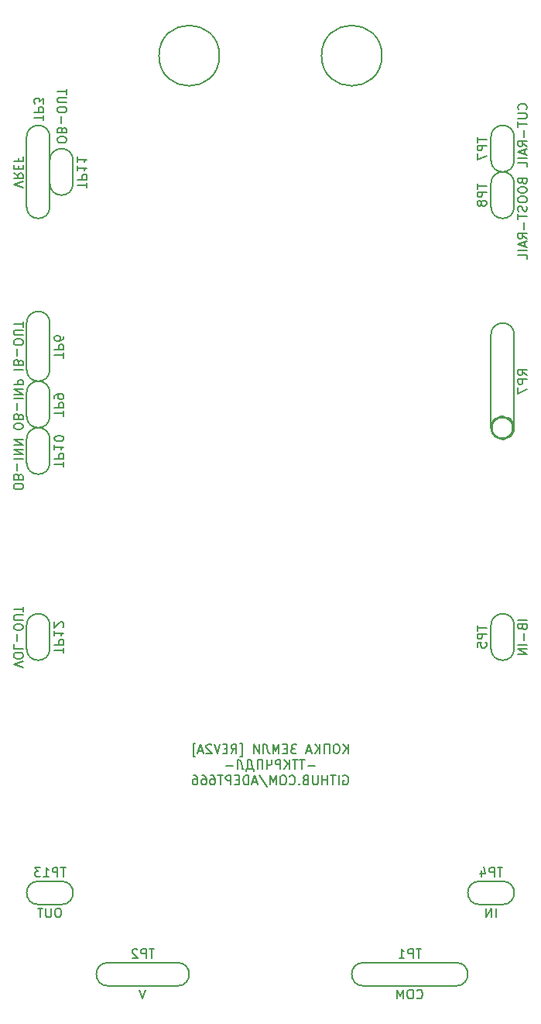
<source format=gbr>
G04 #@! TF.GenerationSoftware,KiCad,Pcbnew,5.1.6-c6e7f7d~87~ubuntu19.10.1*
G04 #@! TF.CreationDate,2023-02-06T06:58:50+06:00*
G04 #@! TF.ProjectId,____________r2a_down-tuned,3a3e3f3a-305f-4373-953c-3b385f723261,2A*
G04 #@! TF.SameCoordinates,Original*
G04 #@! TF.FileFunction,Legend,Bot*
G04 #@! TF.FilePolarity,Positive*
%FSLAX46Y46*%
G04 Gerber Fmt 4.6, Leading zero omitted, Abs format (unit mm)*
G04 Created by KiCad (PCBNEW 5.1.6-c6e7f7d~87~ubuntu19.10.1) date 2023-02-06 06:58:50*
%MOMM*%
%LPD*%
G01*
G04 APERTURE LIST*
%ADD10C,0.200000*%
%ADD11C,1.370000*%
%ADD12C,2.100000*%
%ADD13R,3.200000X3.200000*%
%ADD14O,5.700000X3.200000*%
%ADD15O,3.200000X5.200000*%
%ADD16O,5.200000X3.200000*%
%ADD17R,2.100000X2.100000*%
%ADD18R,2.700000X2.700000*%
%ADD19C,6.200000*%
G04 APERTURE END LIST*
D10*
X113910000Y-174012380D02*
X113910000Y-173012380D01*
X113338571Y-174012380D02*
X113767142Y-173440952D01*
X113338571Y-173012380D02*
X113910000Y-173583809D01*
X112719523Y-173012380D02*
X112529047Y-173012380D01*
X112433809Y-173060000D01*
X112338571Y-173155238D01*
X112290952Y-173345714D01*
X112290952Y-173679047D01*
X112338571Y-173869523D01*
X112433809Y-173964761D01*
X112529047Y-174012380D01*
X112719523Y-174012380D01*
X112814761Y-173964761D01*
X112910000Y-173869523D01*
X112957619Y-173679047D01*
X112957619Y-173345714D01*
X112910000Y-173155238D01*
X112814761Y-173060000D01*
X112719523Y-173012380D01*
X111862380Y-174012380D02*
X111862380Y-173012380D01*
X111290952Y-173012380D01*
X111290952Y-174012380D01*
X110814761Y-174012380D02*
X110814761Y-173012380D01*
X110243333Y-174012380D02*
X110671904Y-173440952D01*
X110243333Y-173012380D02*
X110814761Y-173583809D01*
X109862380Y-173726666D02*
X109386190Y-173726666D01*
X109957619Y-174012380D02*
X109624285Y-173012380D01*
X109290952Y-174012380D01*
X108100476Y-173488571D02*
X107910000Y-173488571D01*
X108243333Y-173060000D02*
X108148095Y-173012380D01*
X107910000Y-173012380D01*
X107814761Y-173060000D01*
X107767142Y-173107619D01*
X107719523Y-173202857D01*
X107719523Y-173298095D01*
X107767142Y-173393333D01*
X107814761Y-173440952D01*
X107910000Y-173488571D01*
X107767142Y-173536190D01*
X107719523Y-173583809D01*
X107671904Y-173679047D01*
X107671904Y-173821904D01*
X107719523Y-173917142D01*
X107767142Y-173964761D01*
X107862380Y-174012380D01*
X108148095Y-174012380D01*
X108243333Y-173964761D01*
X107243333Y-173488571D02*
X106910000Y-173488571D01*
X106767142Y-174012380D02*
X107243333Y-174012380D01*
X107243333Y-173012380D01*
X106767142Y-173012380D01*
X106338571Y-174012380D02*
X106338571Y-173012380D01*
X106005238Y-173726666D01*
X105671904Y-173012380D01*
X105671904Y-174012380D01*
X104624285Y-174012380D02*
X104624285Y-173012380D01*
X104767142Y-173012380D01*
X104910000Y-173060000D01*
X105005238Y-173155238D01*
X105052857Y-173298095D01*
X105148095Y-173869523D01*
X105195714Y-173964761D01*
X105290952Y-174012380D01*
X105338571Y-174012380D01*
X104148095Y-173012380D02*
X104148095Y-174012380D01*
X103576666Y-173012380D01*
X103576666Y-174012380D01*
X102052857Y-174345714D02*
X102290952Y-174345714D01*
X102290952Y-172917142D01*
X102052857Y-172917142D01*
X101100476Y-174012380D02*
X101433809Y-173536190D01*
X101671904Y-174012380D02*
X101671904Y-173012380D01*
X101290952Y-173012380D01*
X101195714Y-173060000D01*
X101148095Y-173107619D01*
X101100476Y-173202857D01*
X101100476Y-173345714D01*
X101148095Y-173440952D01*
X101195714Y-173488571D01*
X101290952Y-173536190D01*
X101671904Y-173536190D01*
X100671904Y-173488571D02*
X100338571Y-173488571D01*
X100195714Y-174012380D02*
X100671904Y-174012380D01*
X100671904Y-173012380D01*
X100195714Y-173012380D01*
X99910000Y-173012380D02*
X99576666Y-174012380D01*
X99243333Y-173012380D01*
X98957619Y-173107619D02*
X98910000Y-173060000D01*
X98814761Y-173012380D01*
X98576666Y-173012380D01*
X98481428Y-173060000D01*
X98433809Y-173107619D01*
X98386190Y-173202857D01*
X98386190Y-173298095D01*
X98433809Y-173440952D01*
X99005238Y-174012380D01*
X98386190Y-174012380D01*
X98005238Y-173726666D02*
X97529047Y-173726666D01*
X98100476Y-174012380D02*
X97767142Y-173012380D01*
X97433809Y-174012380D01*
X97195714Y-174345714D02*
X96957619Y-174345714D01*
X96957619Y-172917142D01*
X97195714Y-172917142D01*
X110267142Y-175331428D02*
X109505238Y-175331428D01*
X109171904Y-174712380D02*
X108600476Y-174712380D01*
X108886190Y-175712380D02*
X108886190Y-174712380D01*
X108410000Y-174712380D02*
X107838571Y-174712380D01*
X108124285Y-175712380D02*
X108124285Y-174712380D01*
X107505238Y-175712380D02*
X107505238Y-174712380D01*
X106933809Y-175712380D02*
X107362380Y-175140952D01*
X106933809Y-174712380D02*
X107505238Y-175283809D01*
X106505238Y-175712380D02*
X106505238Y-174712380D01*
X106124285Y-174712380D01*
X106029047Y-174760000D01*
X105981428Y-174807619D01*
X105933809Y-174902857D01*
X105933809Y-175045714D01*
X105981428Y-175140952D01*
X106029047Y-175188571D01*
X106124285Y-175236190D01*
X106505238Y-175236190D01*
X105029047Y-174712380D02*
X105029047Y-175712380D01*
X105552857Y-174712380D02*
X105552857Y-175093333D01*
X105505238Y-175188571D01*
X105457619Y-175236190D01*
X105362380Y-175283809D01*
X105029047Y-175283809D01*
X104552857Y-175712380D02*
X104552857Y-174712380D01*
X103981428Y-174712380D01*
X103981428Y-175712380D01*
X102743333Y-175950476D02*
X102743333Y-175712380D01*
X103600476Y-175712380D01*
X103600476Y-175950476D01*
X102933809Y-175712380D02*
X102933809Y-174712380D01*
X103171904Y-174712380D01*
X103267142Y-174760000D01*
X103314761Y-174807619D01*
X103362380Y-174902857D01*
X103457619Y-175712380D01*
X101790952Y-175712380D02*
X101790952Y-174712380D01*
X101933809Y-174712380D01*
X102076666Y-174760000D01*
X102171904Y-174855238D01*
X102219523Y-174998095D01*
X102314761Y-175569523D01*
X102362380Y-175664761D01*
X102457619Y-175712380D01*
X102505238Y-175712380D01*
X101314761Y-175331428D02*
X100552857Y-175331428D01*
X113362380Y-176460000D02*
X113457619Y-176412380D01*
X113600476Y-176412380D01*
X113743333Y-176460000D01*
X113838571Y-176555238D01*
X113886190Y-176650476D01*
X113933809Y-176840952D01*
X113933809Y-176983809D01*
X113886190Y-177174285D01*
X113838571Y-177269523D01*
X113743333Y-177364761D01*
X113600476Y-177412380D01*
X113505238Y-177412380D01*
X113362380Y-177364761D01*
X113314761Y-177317142D01*
X113314761Y-176983809D01*
X113505238Y-176983809D01*
X112886190Y-177412380D02*
X112886190Y-176412380D01*
X112552857Y-176412380D02*
X111981428Y-176412380D01*
X112267142Y-177412380D02*
X112267142Y-176412380D01*
X111648095Y-177412380D02*
X111648095Y-176412380D01*
X111648095Y-176888571D02*
X111076666Y-176888571D01*
X111076666Y-177412380D02*
X111076666Y-176412380D01*
X110600476Y-176412380D02*
X110600476Y-177221904D01*
X110552857Y-177317142D01*
X110505238Y-177364761D01*
X110410000Y-177412380D01*
X110219523Y-177412380D01*
X110124285Y-177364761D01*
X110076666Y-177317142D01*
X110029047Y-177221904D01*
X110029047Y-176412380D01*
X109219523Y-176888571D02*
X109076666Y-176936190D01*
X109029047Y-176983809D01*
X108981428Y-177079047D01*
X108981428Y-177221904D01*
X109029047Y-177317142D01*
X109076666Y-177364761D01*
X109171904Y-177412380D01*
X109552857Y-177412380D01*
X109552857Y-176412380D01*
X109219523Y-176412380D01*
X109124285Y-176460000D01*
X109076666Y-176507619D01*
X109029047Y-176602857D01*
X109029047Y-176698095D01*
X109076666Y-176793333D01*
X109124285Y-176840952D01*
X109219523Y-176888571D01*
X109552857Y-176888571D01*
X108552857Y-177317142D02*
X108505238Y-177364761D01*
X108552857Y-177412380D01*
X108600476Y-177364761D01*
X108552857Y-177317142D01*
X108552857Y-177412380D01*
X107505238Y-177317142D02*
X107552857Y-177364761D01*
X107695714Y-177412380D01*
X107790952Y-177412380D01*
X107933809Y-177364761D01*
X108029047Y-177269523D01*
X108076666Y-177174285D01*
X108124285Y-176983809D01*
X108124285Y-176840952D01*
X108076666Y-176650476D01*
X108029047Y-176555238D01*
X107933809Y-176460000D01*
X107790952Y-176412380D01*
X107695714Y-176412380D01*
X107552857Y-176460000D01*
X107505238Y-176507619D01*
X106886190Y-176412380D02*
X106695714Y-176412380D01*
X106600476Y-176460000D01*
X106505238Y-176555238D01*
X106457619Y-176745714D01*
X106457619Y-177079047D01*
X106505238Y-177269523D01*
X106600476Y-177364761D01*
X106695714Y-177412380D01*
X106886190Y-177412380D01*
X106981428Y-177364761D01*
X107076666Y-177269523D01*
X107124285Y-177079047D01*
X107124285Y-176745714D01*
X107076666Y-176555238D01*
X106981428Y-176460000D01*
X106886190Y-176412380D01*
X106029047Y-177412380D02*
X106029047Y-176412380D01*
X105695714Y-177126666D01*
X105362380Y-176412380D01*
X105362380Y-177412380D01*
X104171904Y-176364761D02*
X105029047Y-177650476D01*
X103886190Y-177126666D02*
X103410000Y-177126666D01*
X103981428Y-177412380D02*
X103648095Y-176412380D01*
X103314761Y-177412380D01*
X102981428Y-177412380D02*
X102981428Y-176412380D01*
X102743333Y-176412380D01*
X102600476Y-176460000D01*
X102505238Y-176555238D01*
X102457619Y-176650476D01*
X102410000Y-176840952D01*
X102410000Y-176983809D01*
X102457619Y-177174285D01*
X102505238Y-177269523D01*
X102600476Y-177364761D01*
X102743333Y-177412380D01*
X102981428Y-177412380D01*
X101981428Y-176888571D02*
X101648095Y-176888571D01*
X101505238Y-177412380D02*
X101981428Y-177412380D01*
X101981428Y-176412380D01*
X101505238Y-176412380D01*
X101076666Y-177412380D02*
X101076666Y-176412380D01*
X100695714Y-176412380D01*
X100600476Y-176460000D01*
X100552857Y-176507619D01*
X100505238Y-176602857D01*
X100505238Y-176745714D01*
X100552857Y-176840952D01*
X100600476Y-176888571D01*
X100695714Y-176936190D01*
X101076666Y-176936190D01*
X100219523Y-176412380D02*
X99648095Y-176412380D01*
X99933809Y-177412380D02*
X99933809Y-176412380D01*
X98886190Y-176412380D02*
X99076666Y-176412380D01*
X99171904Y-176460000D01*
X99219523Y-176507619D01*
X99314761Y-176650476D01*
X99362380Y-176840952D01*
X99362380Y-177221904D01*
X99314761Y-177317142D01*
X99267142Y-177364761D01*
X99171904Y-177412380D01*
X98981428Y-177412380D01*
X98886190Y-177364761D01*
X98838571Y-177317142D01*
X98790952Y-177221904D01*
X98790952Y-176983809D01*
X98838571Y-176888571D01*
X98886190Y-176840952D01*
X98981428Y-176793333D01*
X99171904Y-176793333D01*
X99267142Y-176840952D01*
X99314761Y-176888571D01*
X99362380Y-176983809D01*
X97933809Y-176412380D02*
X98124285Y-176412380D01*
X98219523Y-176460000D01*
X98267142Y-176507619D01*
X98362380Y-176650476D01*
X98410000Y-176840952D01*
X98410000Y-177221904D01*
X98362380Y-177317142D01*
X98314761Y-177364761D01*
X98219523Y-177412380D01*
X98029047Y-177412380D01*
X97933809Y-177364761D01*
X97886190Y-177317142D01*
X97838571Y-177221904D01*
X97838571Y-176983809D01*
X97886190Y-176888571D01*
X97933809Y-176840952D01*
X98029047Y-176793333D01*
X98219523Y-176793333D01*
X98314761Y-176840952D01*
X98362380Y-176888571D01*
X98410000Y-176983809D01*
X96981428Y-176412380D02*
X97171904Y-176412380D01*
X97267142Y-176460000D01*
X97314761Y-176507619D01*
X97410000Y-176650476D01*
X97457619Y-176840952D01*
X97457619Y-177221904D01*
X97410000Y-177317142D01*
X97362380Y-177364761D01*
X97267142Y-177412380D01*
X97076666Y-177412380D01*
X96981428Y-177364761D01*
X96933809Y-177317142D01*
X96886190Y-177221904D01*
X96886190Y-176983809D01*
X96933809Y-176888571D01*
X96981428Y-176840952D01*
X97076666Y-176793333D01*
X97267142Y-176793333D01*
X97362380Y-176840952D01*
X97410000Y-176888571D01*
X97457619Y-176983809D01*
X78740000Y-106680000D02*
X78740000Y-114300000D01*
X81280000Y-106680000D02*
X81280000Y-114300000D01*
X81280000Y-114300000D02*
G75*
G02*
X78740000Y-114300000I-1270000J0D01*
G01*
X78740000Y-106680000D02*
G75*
G02*
X81280000Y-106680000I1270000J0D01*
G01*
X83820000Y-109220000D02*
X83820000Y-111760000D01*
X81280000Y-109220000D02*
X81280000Y-111760000D01*
X81280000Y-109220000D02*
G75*
G02*
X83820000Y-109220000I1270000J0D01*
G01*
X83820000Y-111760000D02*
G75*
G02*
X81280000Y-111760000I-1270000J0D01*
G01*
X129540000Y-109220000D02*
X129540000Y-106680000D01*
X132080000Y-109220000D02*
X132080000Y-106680000D01*
X132080000Y-109220000D02*
G75*
G02*
X129540000Y-109220000I-1270000J0D01*
G01*
X129540000Y-106680000D02*
G75*
G02*
X132080000Y-106680000I1270000J0D01*
G01*
X129540000Y-114300000D02*
X129540000Y-111760000D01*
X132080000Y-114300000D02*
X132080000Y-111760000D01*
X132080000Y-114300000D02*
G75*
G02*
X129540000Y-114300000I-1270000J0D01*
G01*
X129540000Y-111760000D02*
G75*
G02*
X132080000Y-111760000I1270000J0D01*
G01*
X78740000Y-127000000D02*
X78740000Y-132080000D01*
X81280000Y-127000000D02*
X81280000Y-132080000D01*
X81280000Y-132080000D02*
G75*
G02*
X78740000Y-132080000I-1270000J0D01*
G01*
X78740000Y-127000000D02*
G75*
G02*
X81280000Y-127000000I1270000J0D01*
G01*
X81280000Y-134620000D02*
X81280000Y-137160000D01*
X78740000Y-134620000D02*
X78740000Y-137160000D01*
X78740000Y-134620000D02*
G75*
G02*
X81280000Y-134620000I1270000J0D01*
G01*
X81280000Y-137160000D02*
G75*
G02*
X78740000Y-137160000I-1270000J0D01*
G01*
X81280000Y-139700000D02*
X81280000Y-142240000D01*
X78740000Y-139700000D02*
X78740000Y-142240000D01*
X78740000Y-139700000D02*
G75*
G02*
X81280000Y-139700000I1270000J0D01*
G01*
X81280000Y-142240000D02*
G75*
G02*
X78740000Y-142240000I-1270000J0D01*
G01*
X81280000Y-160020000D02*
X81280000Y-162560000D01*
X78740000Y-160020000D02*
X78740000Y-162560000D01*
X78740000Y-160020000D02*
G75*
G02*
X81280000Y-160020000I1270000J0D01*
G01*
X81280000Y-162560000D02*
G75*
G02*
X78740000Y-162560000I-1270000J0D01*
G01*
X129540000Y-162560000D02*
X129540000Y-160020000D01*
X132080000Y-162560000D02*
X132080000Y-160020000D01*
X132080000Y-162560000D02*
G75*
G02*
X129540000Y-162560000I-1270000J0D01*
G01*
X129540000Y-160020000D02*
G75*
G02*
X132080000Y-160020000I1270000J0D01*
G01*
X80010000Y-187960000D02*
X82550000Y-187960000D01*
X80010000Y-190500000D02*
X82550000Y-190500000D01*
X80010000Y-190500000D02*
G75*
G02*
X80010000Y-187960000I0J1270000D01*
G01*
X82550000Y-187960000D02*
G75*
G02*
X82550000Y-190500000I0J-1270000D01*
G01*
X128270000Y-187960000D02*
X130810000Y-187960000D01*
X128270000Y-190500000D02*
X130810000Y-190500000D01*
X128270000Y-190500000D02*
G75*
G02*
X128270000Y-187960000I0J1270000D01*
G01*
X130810000Y-187960000D02*
G75*
G02*
X130810000Y-190500000I0J-1270000D01*
G01*
X115570000Y-199390000D02*
X125730000Y-199390000D01*
X115570000Y-196850000D02*
X125730000Y-196850000D01*
X125730000Y-196850000D02*
G75*
G02*
X125730000Y-199390000I0J-1270000D01*
G01*
X115570000Y-199390000D02*
G75*
G02*
X115570000Y-196850000I0J1270000D01*
G01*
X87630000Y-199390000D02*
X95250000Y-199390000D01*
X87630000Y-196850000D02*
X95250000Y-196850000D01*
X95250000Y-196850000D02*
G75*
G02*
X95250000Y-199390000I0J-1270000D01*
G01*
X87630000Y-199390000D02*
G75*
G02*
X87630000Y-196850000I0J1270000D01*
G01*
X129540000Y-138430000D02*
X129540000Y-128270000D01*
X132080000Y-138430000D02*
X132080000Y-128270000D01*
D11*
X131495000Y-138430000D02*
G75*
G03*
X131495000Y-138430000I-685000J0D01*
G01*
D10*
X129540000Y-128270000D02*
G75*
G02*
X132080000Y-128270000I1270000J0D01*
G01*
X99822000Y-97790000D02*
G75*
G03*
X99822000Y-97790000I-3302000J0D01*
G01*
X117602000Y-97790000D02*
G75*
G03*
X117602000Y-97790000I-3302000J0D01*
G01*
X78335119Y-112204285D02*
X77335119Y-111870952D01*
X78335119Y-111537619D01*
X77335119Y-110632857D02*
X77811309Y-110966190D01*
X77335119Y-111204285D02*
X78335119Y-111204285D01*
X78335119Y-110823333D01*
X78287500Y-110728095D01*
X78239880Y-110680476D01*
X78144642Y-110632857D01*
X78001785Y-110632857D01*
X77906547Y-110680476D01*
X77858928Y-110728095D01*
X77811309Y-110823333D01*
X77811309Y-111204285D01*
X77858928Y-110204285D02*
X77858928Y-109870952D01*
X77335119Y-109728095D02*
X77335119Y-110204285D01*
X78335119Y-110204285D01*
X78335119Y-109728095D01*
X77858928Y-108966190D02*
X77858928Y-109299523D01*
X77335119Y-109299523D02*
X78335119Y-109299523D01*
X78335119Y-108823333D01*
X80557619Y-104867261D02*
X80557619Y-104295833D01*
X79557619Y-104581547D02*
X80557619Y-104581547D01*
X79557619Y-103962500D02*
X80557619Y-103962500D01*
X80557619Y-103581547D01*
X80510000Y-103486309D01*
X80462380Y-103438690D01*
X80367142Y-103391071D01*
X80224285Y-103391071D01*
X80129047Y-103438690D01*
X80081428Y-103486309D01*
X80033809Y-103581547D01*
X80033809Y-103962500D01*
X80557619Y-103057738D02*
X80557619Y-102438690D01*
X80176666Y-102772023D01*
X80176666Y-102629166D01*
X80129047Y-102533928D01*
X80081428Y-102486309D01*
X79986190Y-102438690D01*
X79748095Y-102438690D01*
X79652857Y-102486309D01*
X79605238Y-102533928D01*
X79557619Y-102629166D01*
X79557619Y-102914880D01*
X79605238Y-103010119D01*
X79652857Y-103057738D01*
X85320119Y-112228095D02*
X85320119Y-111656666D01*
X84320119Y-111942380D02*
X85320119Y-111942380D01*
X84320119Y-111323333D02*
X85320119Y-111323333D01*
X85320119Y-110942380D01*
X85272500Y-110847142D01*
X85224880Y-110799523D01*
X85129642Y-110751904D01*
X84986785Y-110751904D01*
X84891547Y-110799523D01*
X84843928Y-110847142D01*
X84796309Y-110942380D01*
X84796309Y-111323333D01*
X84320119Y-109799523D02*
X84320119Y-110370952D01*
X84320119Y-110085238D02*
X85320119Y-110085238D01*
X85177261Y-110180476D01*
X85082023Y-110275714D01*
X85034404Y-110370952D01*
X84320119Y-108847142D02*
X84320119Y-109418571D01*
X84320119Y-109132857D02*
X85320119Y-109132857D01*
X85177261Y-109228095D01*
X85082023Y-109323333D01*
X85034404Y-109418571D01*
X83097619Y-107073928D02*
X83097619Y-106883452D01*
X83050000Y-106788214D01*
X82954761Y-106692976D01*
X82764285Y-106645357D01*
X82430952Y-106645357D01*
X82240476Y-106692976D01*
X82145238Y-106788214D01*
X82097619Y-106883452D01*
X82097619Y-107073928D01*
X82145238Y-107169166D01*
X82240476Y-107264404D01*
X82430952Y-107312023D01*
X82764285Y-107312023D01*
X82954761Y-107264404D01*
X83050000Y-107169166D01*
X83097619Y-107073928D01*
X82621428Y-105883452D02*
X82573809Y-105740595D01*
X82526190Y-105692976D01*
X82430952Y-105645357D01*
X82288095Y-105645357D01*
X82192857Y-105692976D01*
X82145238Y-105740595D01*
X82097619Y-105835833D01*
X82097619Y-106216785D01*
X83097619Y-106216785D01*
X83097619Y-105883452D01*
X83050000Y-105788214D01*
X83002380Y-105740595D01*
X82907142Y-105692976D01*
X82811904Y-105692976D01*
X82716666Y-105740595D01*
X82669047Y-105788214D01*
X82621428Y-105883452D01*
X82621428Y-106216785D01*
X82478571Y-105216785D02*
X82478571Y-104454880D01*
X83097619Y-103788214D02*
X83097619Y-103597738D01*
X83050000Y-103502500D01*
X82954761Y-103407261D01*
X82764285Y-103359642D01*
X82430952Y-103359642D01*
X82240476Y-103407261D01*
X82145238Y-103502500D01*
X82097619Y-103597738D01*
X82097619Y-103788214D01*
X82145238Y-103883452D01*
X82240476Y-103978690D01*
X82430952Y-104026309D01*
X82764285Y-104026309D01*
X82954761Y-103978690D01*
X83050000Y-103883452D01*
X83097619Y-103788214D01*
X83097619Y-102931071D02*
X82288095Y-102931071D01*
X82192857Y-102883452D01*
X82145238Y-102835833D01*
X82097619Y-102740595D01*
X82097619Y-102550119D01*
X82145238Y-102454880D01*
X82192857Y-102407261D01*
X82288095Y-102359642D01*
X83097619Y-102359642D01*
X83097619Y-102026309D02*
X83097619Y-101454880D01*
X82097619Y-101740595D02*
X83097619Y-101740595D01*
X128039880Y-106688095D02*
X128039880Y-107259523D01*
X129039880Y-106973809D02*
X128039880Y-106973809D01*
X129039880Y-107592857D02*
X128039880Y-107592857D01*
X128039880Y-107973809D01*
X128087500Y-108069047D01*
X128135119Y-108116666D01*
X128230357Y-108164285D01*
X128373214Y-108164285D01*
X128468452Y-108116666D01*
X128516071Y-108069047D01*
X128563690Y-107973809D01*
X128563690Y-107592857D01*
X128039880Y-108497619D02*
X128039880Y-109164285D01*
X129039880Y-108735714D01*
X133389642Y-103661547D02*
X133437261Y-103613928D01*
X133484880Y-103471071D01*
X133484880Y-103375833D01*
X133437261Y-103232976D01*
X133342023Y-103137738D01*
X133246785Y-103090119D01*
X133056309Y-103042500D01*
X132913452Y-103042500D01*
X132722976Y-103090119D01*
X132627738Y-103137738D01*
X132532500Y-103232976D01*
X132484880Y-103375833D01*
X132484880Y-103471071D01*
X132532500Y-103613928D01*
X132580119Y-103661547D01*
X132484880Y-104090119D02*
X133294404Y-104090119D01*
X133389642Y-104137738D01*
X133437261Y-104185357D01*
X133484880Y-104280595D01*
X133484880Y-104471071D01*
X133437261Y-104566309D01*
X133389642Y-104613928D01*
X133294404Y-104661547D01*
X132484880Y-104661547D01*
X132484880Y-104994880D02*
X132484880Y-105566309D01*
X133484880Y-105280595D02*
X132484880Y-105280595D01*
X133103928Y-105899642D02*
X133103928Y-106661547D01*
X133484880Y-107709166D02*
X133008690Y-107375833D01*
X133484880Y-107137738D02*
X132484880Y-107137738D01*
X132484880Y-107518690D01*
X132532500Y-107613928D01*
X132580119Y-107661547D01*
X132675357Y-107709166D01*
X132818214Y-107709166D01*
X132913452Y-107661547D01*
X132961071Y-107613928D01*
X133008690Y-107518690D01*
X133008690Y-107137738D01*
X133199166Y-108090119D02*
X133199166Y-108566309D01*
X133484880Y-107994880D02*
X132484880Y-108328214D01*
X133484880Y-108661547D01*
X133484880Y-108994880D02*
X132484880Y-108994880D01*
X133484880Y-109947261D02*
X133484880Y-109471071D01*
X132484880Y-109471071D01*
X128039880Y-111768095D02*
X128039880Y-112339523D01*
X129039880Y-112053809D02*
X128039880Y-112053809D01*
X129039880Y-112672857D02*
X128039880Y-112672857D01*
X128039880Y-113053809D01*
X128087500Y-113149047D01*
X128135119Y-113196666D01*
X128230357Y-113244285D01*
X128373214Y-113244285D01*
X128468452Y-113196666D01*
X128516071Y-113149047D01*
X128563690Y-113053809D01*
X128563690Y-112672857D01*
X128468452Y-113815714D02*
X128420833Y-113720476D01*
X128373214Y-113672857D01*
X128277976Y-113625238D01*
X128230357Y-113625238D01*
X128135119Y-113672857D01*
X128087500Y-113720476D01*
X128039880Y-113815714D01*
X128039880Y-114006190D01*
X128087500Y-114101428D01*
X128135119Y-114149047D01*
X128230357Y-114196666D01*
X128277976Y-114196666D01*
X128373214Y-114149047D01*
X128420833Y-114101428D01*
X128468452Y-114006190D01*
X128468452Y-113815714D01*
X128516071Y-113720476D01*
X128563690Y-113672857D01*
X128658928Y-113625238D01*
X128849404Y-113625238D01*
X128944642Y-113672857D01*
X128992261Y-113720476D01*
X129039880Y-113815714D01*
X129039880Y-114006190D01*
X128992261Y-114101428D01*
X128944642Y-114149047D01*
X128849404Y-114196666D01*
X128658928Y-114196666D01*
X128563690Y-114149047D01*
X128516071Y-114101428D01*
X128468452Y-114006190D01*
X132961071Y-111508928D02*
X133008690Y-111651785D01*
X133056309Y-111699404D01*
X133151547Y-111747023D01*
X133294404Y-111747023D01*
X133389642Y-111699404D01*
X133437261Y-111651785D01*
X133484880Y-111556547D01*
X133484880Y-111175595D01*
X132484880Y-111175595D01*
X132484880Y-111508928D01*
X132532500Y-111604166D01*
X132580119Y-111651785D01*
X132675357Y-111699404D01*
X132770595Y-111699404D01*
X132865833Y-111651785D01*
X132913452Y-111604166D01*
X132961071Y-111508928D01*
X132961071Y-111175595D01*
X132484880Y-112366071D02*
X132484880Y-112556547D01*
X132532500Y-112651785D01*
X132627738Y-112747023D01*
X132818214Y-112794642D01*
X133151547Y-112794642D01*
X133342023Y-112747023D01*
X133437261Y-112651785D01*
X133484880Y-112556547D01*
X133484880Y-112366071D01*
X133437261Y-112270833D01*
X133342023Y-112175595D01*
X133151547Y-112127976D01*
X132818214Y-112127976D01*
X132627738Y-112175595D01*
X132532500Y-112270833D01*
X132484880Y-112366071D01*
X132484880Y-113413690D02*
X132484880Y-113604166D01*
X132532500Y-113699404D01*
X132627738Y-113794642D01*
X132818214Y-113842261D01*
X133151547Y-113842261D01*
X133342023Y-113794642D01*
X133437261Y-113699404D01*
X133484880Y-113604166D01*
X133484880Y-113413690D01*
X133437261Y-113318452D01*
X133342023Y-113223214D01*
X133151547Y-113175595D01*
X132818214Y-113175595D01*
X132627738Y-113223214D01*
X132532500Y-113318452D01*
X132484880Y-113413690D01*
X133437261Y-114223214D02*
X133484880Y-114366071D01*
X133484880Y-114604166D01*
X133437261Y-114699404D01*
X133389642Y-114747023D01*
X133294404Y-114794642D01*
X133199166Y-114794642D01*
X133103928Y-114747023D01*
X133056309Y-114699404D01*
X133008690Y-114604166D01*
X132961071Y-114413690D01*
X132913452Y-114318452D01*
X132865833Y-114270833D01*
X132770595Y-114223214D01*
X132675357Y-114223214D01*
X132580119Y-114270833D01*
X132532500Y-114318452D01*
X132484880Y-114413690D01*
X132484880Y-114651785D01*
X132532500Y-114794642D01*
X132484880Y-115080357D02*
X132484880Y-115651785D01*
X133484880Y-115366071D02*
X132484880Y-115366071D01*
X133103928Y-115985119D02*
X133103928Y-116747023D01*
X133484880Y-117794642D02*
X133008690Y-117461309D01*
X133484880Y-117223214D02*
X132484880Y-117223214D01*
X132484880Y-117604166D01*
X132532500Y-117699404D01*
X132580119Y-117747023D01*
X132675357Y-117794642D01*
X132818214Y-117794642D01*
X132913452Y-117747023D01*
X132961071Y-117699404D01*
X133008690Y-117604166D01*
X133008690Y-117223214D01*
X133199166Y-118175595D02*
X133199166Y-118651785D01*
X133484880Y-118080357D02*
X132484880Y-118413690D01*
X133484880Y-118747023D01*
X133484880Y-119080357D02*
X132484880Y-119080357D01*
X133484880Y-120032738D02*
X133484880Y-119556547D01*
X132484880Y-119556547D01*
X77335119Y-132087619D02*
X78335119Y-132087619D01*
X77858928Y-131278095D02*
X77811309Y-131135238D01*
X77763690Y-131087619D01*
X77668452Y-131040000D01*
X77525595Y-131040000D01*
X77430357Y-131087619D01*
X77382738Y-131135238D01*
X77335119Y-131230476D01*
X77335119Y-131611428D01*
X78335119Y-131611428D01*
X78335119Y-131278095D01*
X78287500Y-131182857D01*
X78239880Y-131135238D01*
X78144642Y-131087619D01*
X78049404Y-131087619D01*
X77954166Y-131135238D01*
X77906547Y-131182857D01*
X77858928Y-131278095D01*
X77858928Y-131611428D01*
X77716071Y-130611428D02*
X77716071Y-129849523D01*
X78335119Y-129182857D02*
X78335119Y-128992380D01*
X78287500Y-128897142D01*
X78192261Y-128801904D01*
X78001785Y-128754285D01*
X77668452Y-128754285D01*
X77477976Y-128801904D01*
X77382738Y-128897142D01*
X77335119Y-128992380D01*
X77335119Y-129182857D01*
X77382738Y-129278095D01*
X77477976Y-129373333D01*
X77668452Y-129420952D01*
X78001785Y-129420952D01*
X78192261Y-129373333D01*
X78287500Y-129278095D01*
X78335119Y-129182857D01*
X78335119Y-128325714D02*
X77525595Y-128325714D01*
X77430357Y-128278095D01*
X77382738Y-128230476D01*
X77335119Y-128135238D01*
X77335119Y-127944761D01*
X77382738Y-127849523D01*
X77430357Y-127801904D01*
X77525595Y-127754285D01*
X78335119Y-127754285D01*
X78335119Y-127420952D02*
X78335119Y-126849523D01*
X77335119Y-127135238D02*
X78335119Y-127135238D01*
X82780119Y-130801904D02*
X82780119Y-130230476D01*
X81780119Y-130516190D02*
X82780119Y-130516190D01*
X81780119Y-129897142D02*
X82780119Y-129897142D01*
X82780119Y-129516190D01*
X82732500Y-129420952D01*
X82684880Y-129373333D01*
X82589642Y-129325714D01*
X82446785Y-129325714D01*
X82351547Y-129373333D01*
X82303928Y-129420952D01*
X82256309Y-129516190D01*
X82256309Y-129897142D01*
X82780119Y-128468571D02*
X82780119Y-128659047D01*
X82732500Y-128754285D01*
X82684880Y-128801904D01*
X82542023Y-128897142D01*
X82351547Y-128944761D01*
X81970595Y-128944761D01*
X81875357Y-128897142D01*
X81827738Y-128849523D01*
X81780119Y-128754285D01*
X81780119Y-128563809D01*
X81827738Y-128468571D01*
X81875357Y-128420952D01*
X81970595Y-128373333D01*
X82208690Y-128373333D01*
X82303928Y-128420952D01*
X82351547Y-128468571D01*
X82399166Y-128563809D01*
X82399166Y-128754285D01*
X82351547Y-128849523D01*
X82303928Y-128897142D01*
X82208690Y-128944761D01*
X82780119Y-137151904D02*
X82780119Y-136580476D01*
X81780119Y-136866190D02*
X82780119Y-136866190D01*
X81780119Y-136247142D02*
X82780119Y-136247142D01*
X82780119Y-135866190D01*
X82732500Y-135770952D01*
X82684880Y-135723333D01*
X82589642Y-135675714D01*
X82446785Y-135675714D01*
X82351547Y-135723333D01*
X82303928Y-135770952D01*
X82256309Y-135866190D01*
X82256309Y-136247142D01*
X81780119Y-135199523D02*
X81780119Y-135009047D01*
X81827738Y-134913809D01*
X81875357Y-134866190D01*
X82018214Y-134770952D01*
X82208690Y-134723333D01*
X82589642Y-134723333D01*
X82684880Y-134770952D01*
X82732500Y-134818571D01*
X82780119Y-134913809D01*
X82780119Y-135104285D01*
X82732500Y-135199523D01*
X82684880Y-135247142D01*
X82589642Y-135294761D01*
X82351547Y-135294761D01*
X82256309Y-135247142D01*
X82208690Y-135199523D01*
X82161071Y-135104285D01*
X82161071Y-134913809D01*
X82208690Y-134818571D01*
X82256309Y-134770952D01*
X82351547Y-134723333D01*
X78335119Y-138366190D02*
X78335119Y-138175714D01*
X78287500Y-138080476D01*
X78192261Y-137985238D01*
X78001785Y-137937619D01*
X77668452Y-137937619D01*
X77477976Y-137985238D01*
X77382738Y-138080476D01*
X77335119Y-138175714D01*
X77335119Y-138366190D01*
X77382738Y-138461428D01*
X77477976Y-138556666D01*
X77668452Y-138604285D01*
X78001785Y-138604285D01*
X78192261Y-138556666D01*
X78287500Y-138461428D01*
X78335119Y-138366190D01*
X77858928Y-137175714D02*
X77811309Y-137032857D01*
X77763690Y-136985238D01*
X77668452Y-136937619D01*
X77525595Y-136937619D01*
X77430357Y-136985238D01*
X77382738Y-137032857D01*
X77335119Y-137128095D01*
X77335119Y-137509047D01*
X78335119Y-137509047D01*
X78335119Y-137175714D01*
X78287500Y-137080476D01*
X78239880Y-137032857D01*
X78144642Y-136985238D01*
X78049404Y-136985238D01*
X77954166Y-137032857D01*
X77906547Y-137080476D01*
X77858928Y-137175714D01*
X77858928Y-137509047D01*
X77716071Y-136509047D02*
X77716071Y-135747142D01*
X77335119Y-135270952D02*
X78335119Y-135270952D01*
X77335119Y-134794761D02*
X78335119Y-134794761D01*
X77335119Y-134223333D01*
X78335119Y-134223333D01*
X77335119Y-133747142D02*
X78335119Y-133747142D01*
X78335119Y-133366190D01*
X78287500Y-133270952D01*
X78239880Y-133223333D01*
X78144642Y-133175714D01*
X78001785Y-133175714D01*
X77906547Y-133223333D01*
X77858928Y-133270952D01*
X77811309Y-133366190D01*
X77811309Y-133747142D01*
X82780119Y-142708095D02*
X82780119Y-142136666D01*
X81780119Y-142422380D02*
X82780119Y-142422380D01*
X81780119Y-141803333D02*
X82780119Y-141803333D01*
X82780119Y-141422380D01*
X82732500Y-141327142D01*
X82684880Y-141279523D01*
X82589642Y-141231904D01*
X82446785Y-141231904D01*
X82351547Y-141279523D01*
X82303928Y-141327142D01*
X82256309Y-141422380D01*
X82256309Y-141803333D01*
X81780119Y-140279523D02*
X81780119Y-140850952D01*
X81780119Y-140565238D02*
X82780119Y-140565238D01*
X82637261Y-140660476D01*
X82542023Y-140755714D01*
X82494404Y-140850952D01*
X82780119Y-139660476D02*
X82780119Y-139565238D01*
X82732500Y-139470000D01*
X82684880Y-139422380D01*
X82589642Y-139374761D01*
X82399166Y-139327142D01*
X82161071Y-139327142D01*
X81970595Y-139374761D01*
X81875357Y-139422380D01*
X81827738Y-139470000D01*
X81780119Y-139565238D01*
X81780119Y-139660476D01*
X81827738Y-139755714D01*
X81875357Y-139803333D01*
X81970595Y-139850952D01*
X82161071Y-139898571D01*
X82399166Y-139898571D01*
X82589642Y-139850952D01*
X82684880Y-139803333D01*
X82732500Y-139755714D01*
X82780119Y-139660476D01*
X78335119Y-144941071D02*
X78335119Y-144750595D01*
X78287500Y-144655357D01*
X78192261Y-144560119D01*
X78001785Y-144512500D01*
X77668452Y-144512500D01*
X77477976Y-144560119D01*
X77382738Y-144655357D01*
X77335119Y-144750595D01*
X77335119Y-144941071D01*
X77382738Y-145036309D01*
X77477976Y-145131547D01*
X77668452Y-145179166D01*
X78001785Y-145179166D01*
X78192261Y-145131547D01*
X78287500Y-145036309D01*
X78335119Y-144941071D01*
X77858928Y-143750595D02*
X77811309Y-143607738D01*
X77763690Y-143560119D01*
X77668452Y-143512500D01*
X77525595Y-143512500D01*
X77430357Y-143560119D01*
X77382738Y-143607738D01*
X77335119Y-143702976D01*
X77335119Y-144083928D01*
X78335119Y-144083928D01*
X78335119Y-143750595D01*
X78287500Y-143655357D01*
X78239880Y-143607738D01*
X78144642Y-143560119D01*
X78049404Y-143560119D01*
X77954166Y-143607738D01*
X77906547Y-143655357D01*
X77858928Y-143750595D01*
X77858928Y-144083928D01*
X77716071Y-143083928D02*
X77716071Y-142322023D01*
X77335119Y-141845833D02*
X78335119Y-141845833D01*
X77335119Y-141369642D02*
X78335119Y-141369642D01*
X77335119Y-140798214D01*
X78335119Y-140798214D01*
X77335119Y-140322023D02*
X78335119Y-140322023D01*
X77335119Y-139750595D01*
X78335119Y-139750595D01*
X82780119Y-163028095D02*
X82780119Y-162456666D01*
X81780119Y-162742380D02*
X82780119Y-162742380D01*
X81780119Y-162123333D02*
X82780119Y-162123333D01*
X82780119Y-161742380D01*
X82732500Y-161647142D01*
X82684880Y-161599523D01*
X82589642Y-161551904D01*
X82446785Y-161551904D01*
X82351547Y-161599523D01*
X82303928Y-161647142D01*
X82256309Y-161742380D01*
X82256309Y-162123333D01*
X81780119Y-160599523D02*
X81780119Y-161170952D01*
X81780119Y-160885238D02*
X82780119Y-160885238D01*
X82637261Y-160980476D01*
X82542023Y-161075714D01*
X82494404Y-161170952D01*
X82684880Y-160218571D02*
X82732500Y-160170952D01*
X82780119Y-160075714D01*
X82780119Y-159837619D01*
X82732500Y-159742380D01*
X82684880Y-159694761D01*
X82589642Y-159647142D01*
X82494404Y-159647142D01*
X82351547Y-159694761D01*
X81780119Y-160266190D01*
X81780119Y-159647142D01*
X78335119Y-164599523D02*
X77335119Y-164266190D01*
X78335119Y-163932857D01*
X78335119Y-163409047D02*
X78335119Y-163218571D01*
X78287500Y-163123333D01*
X78192261Y-163028095D01*
X78001785Y-162980476D01*
X77668452Y-162980476D01*
X77477976Y-163028095D01*
X77382738Y-163123333D01*
X77335119Y-163218571D01*
X77335119Y-163409047D01*
X77382738Y-163504285D01*
X77477976Y-163599523D01*
X77668452Y-163647142D01*
X78001785Y-163647142D01*
X78192261Y-163599523D01*
X78287500Y-163504285D01*
X78335119Y-163409047D01*
X77335119Y-162075714D02*
X77335119Y-162551904D01*
X78335119Y-162551904D01*
X77716071Y-161742380D02*
X77716071Y-160980476D01*
X78335119Y-160313809D02*
X78335119Y-160123333D01*
X78287500Y-160028095D01*
X78192261Y-159932857D01*
X78001785Y-159885238D01*
X77668452Y-159885238D01*
X77477976Y-159932857D01*
X77382738Y-160028095D01*
X77335119Y-160123333D01*
X77335119Y-160313809D01*
X77382738Y-160409047D01*
X77477976Y-160504285D01*
X77668452Y-160551904D01*
X78001785Y-160551904D01*
X78192261Y-160504285D01*
X78287500Y-160409047D01*
X78335119Y-160313809D01*
X78335119Y-159456666D02*
X77525595Y-159456666D01*
X77430357Y-159409047D01*
X77382738Y-159361428D01*
X77335119Y-159266190D01*
X77335119Y-159075714D01*
X77382738Y-158980476D01*
X77430357Y-158932857D01*
X77525595Y-158885238D01*
X78335119Y-158885238D01*
X78335119Y-158551904D02*
X78335119Y-157980476D01*
X77335119Y-158266190D02*
X78335119Y-158266190D01*
X128039880Y-160028095D02*
X128039880Y-160599523D01*
X129039880Y-160313809D02*
X128039880Y-160313809D01*
X129039880Y-160932857D02*
X128039880Y-160932857D01*
X128039880Y-161313809D01*
X128087500Y-161409047D01*
X128135119Y-161456666D01*
X128230357Y-161504285D01*
X128373214Y-161504285D01*
X128468452Y-161456666D01*
X128516071Y-161409047D01*
X128563690Y-161313809D01*
X128563690Y-160932857D01*
X128039880Y-162409047D02*
X128039880Y-161932857D01*
X128516071Y-161885238D01*
X128468452Y-161932857D01*
X128420833Y-162028095D01*
X128420833Y-162266190D01*
X128468452Y-162361428D01*
X128516071Y-162409047D01*
X128611309Y-162456666D01*
X128849404Y-162456666D01*
X128944642Y-162409047D01*
X128992261Y-162361428D01*
X129039880Y-162266190D01*
X129039880Y-162028095D01*
X128992261Y-161932857D01*
X128944642Y-161885238D01*
X133484880Y-159409047D02*
X132484880Y-159409047D01*
X132961071Y-160218571D02*
X133008690Y-160361428D01*
X133056309Y-160409047D01*
X133151547Y-160456666D01*
X133294404Y-160456666D01*
X133389642Y-160409047D01*
X133437261Y-160361428D01*
X133484880Y-160266190D01*
X133484880Y-159885238D01*
X132484880Y-159885238D01*
X132484880Y-160218571D01*
X132532500Y-160313809D01*
X132580119Y-160361428D01*
X132675357Y-160409047D01*
X132770595Y-160409047D01*
X132865833Y-160361428D01*
X132913452Y-160313809D01*
X132961071Y-160218571D01*
X132961071Y-159885238D01*
X133103928Y-160885238D02*
X133103928Y-161647142D01*
X133484880Y-162123333D02*
X132484880Y-162123333D01*
X133484880Y-162599523D02*
X132484880Y-162599523D01*
X133484880Y-163170952D01*
X132484880Y-163170952D01*
X83018095Y-186459880D02*
X82446666Y-186459880D01*
X82732380Y-187459880D02*
X82732380Y-186459880D01*
X82113333Y-187459880D02*
X82113333Y-186459880D01*
X81732380Y-186459880D01*
X81637142Y-186507500D01*
X81589523Y-186555119D01*
X81541904Y-186650357D01*
X81541904Y-186793214D01*
X81589523Y-186888452D01*
X81637142Y-186936071D01*
X81732380Y-186983690D01*
X82113333Y-186983690D01*
X80589523Y-187459880D02*
X81160952Y-187459880D01*
X80875238Y-187459880D02*
X80875238Y-186459880D01*
X80970476Y-186602738D01*
X81065714Y-186697976D01*
X81160952Y-186745595D01*
X80256190Y-186459880D02*
X79637142Y-186459880D01*
X79970476Y-186840833D01*
X79827619Y-186840833D01*
X79732380Y-186888452D01*
X79684761Y-186936071D01*
X79637142Y-187031309D01*
X79637142Y-187269404D01*
X79684761Y-187364642D01*
X79732380Y-187412261D01*
X79827619Y-187459880D01*
X80113333Y-187459880D01*
X80208571Y-187412261D01*
X80256190Y-187364642D01*
X82280000Y-190904880D02*
X82089523Y-190904880D01*
X81994285Y-190952500D01*
X81899047Y-191047738D01*
X81851428Y-191238214D01*
X81851428Y-191571547D01*
X81899047Y-191762023D01*
X81994285Y-191857261D01*
X82089523Y-191904880D01*
X82280000Y-191904880D01*
X82375238Y-191857261D01*
X82470476Y-191762023D01*
X82518095Y-191571547D01*
X82518095Y-191238214D01*
X82470476Y-191047738D01*
X82375238Y-190952500D01*
X82280000Y-190904880D01*
X81422857Y-190904880D02*
X81422857Y-191714404D01*
X81375238Y-191809642D01*
X81327619Y-191857261D01*
X81232380Y-191904880D01*
X81041904Y-191904880D01*
X80946666Y-191857261D01*
X80899047Y-191809642D01*
X80851428Y-191714404D01*
X80851428Y-190904880D01*
X80518095Y-190904880D02*
X79946666Y-190904880D01*
X80232380Y-191904880D02*
X80232380Y-190904880D01*
X130801904Y-186459880D02*
X130230476Y-186459880D01*
X130516190Y-187459880D02*
X130516190Y-186459880D01*
X129897142Y-187459880D02*
X129897142Y-186459880D01*
X129516190Y-186459880D01*
X129420952Y-186507500D01*
X129373333Y-186555119D01*
X129325714Y-186650357D01*
X129325714Y-186793214D01*
X129373333Y-186888452D01*
X129420952Y-186936071D01*
X129516190Y-186983690D01*
X129897142Y-186983690D01*
X128468571Y-186793214D02*
X128468571Y-187459880D01*
X128706666Y-186412261D02*
X128944761Y-187126547D01*
X128325714Y-187126547D01*
X130063809Y-191904880D02*
X130063809Y-190904880D01*
X129587619Y-191904880D02*
X129587619Y-190904880D01*
X129016190Y-191904880D01*
X129016190Y-190904880D01*
X121435714Y-200699642D02*
X121483333Y-200747261D01*
X121626190Y-200794880D01*
X121721428Y-200794880D01*
X121864285Y-200747261D01*
X121959523Y-200652023D01*
X122007142Y-200556785D01*
X122054761Y-200366309D01*
X122054761Y-200223452D01*
X122007142Y-200032976D01*
X121959523Y-199937738D01*
X121864285Y-199842500D01*
X121721428Y-199794880D01*
X121626190Y-199794880D01*
X121483333Y-199842500D01*
X121435714Y-199890119D01*
X120816666Y-199794880D02*
X120626190Y-199794880D01*
X120530952Y-199842500D01*
X120435714Y-199937738D01*
X120388095Y-200128214D01*
X120388095Y-200461547D01*
X120435714Y-200652023D01*
X120530952Y-200747261D01*
X120626190Y-200794880D01*
X120816666Y-200794880D01*
X120911904Y-200747261D01*
X121007142Y-200652023D01*
X121054761Y-200461547D01*
X121054761Y-200128214D01*
X121007142Y-199937738D01*
X120911904Y-199842500D01*
X120816666Y-199794880D01*
X119959523Y-200794880D02*
X119959523Y-199794880D01*
X119626190Y-200509166D01*
X119292857Y-199794880D01*
X119292857Y-200794880D01*
X121911904Y-195349880D02*
X121340476Y-195349880D01*
X121626190Y-196349880D02*
X121626190Y-195349880D01*
X121007142Y-196349880D02*
X121007142Y-195349880D01*
X120626190Y-195349880D01*
X120530952Y-195397500D01*
X120483333Y-195445119D01*
X120435714Y-195540357D01*
X120435714Y-195683214D01*
X120483333Y-195778452D01*
X120530952Y-195826071D01*
X120626190Y-195873690D01*
X121007142Y-195873690D01*
X119483333Y-196349880D02*
X120054761Y-196349880D01*
X119769047Y-196349880D02*
X119769047Y-195349880D01*
X119864285Y-195492738D01*
X119959523Y-195587976D01*
X120054761Y-195635595D01*
X91773333Y-199794880D02*
X91440000Y-200794880D01*
X91106666Y-199794880D01*
X92701904Y-195349880D02*
X92130476Y-195349880D01*
X92416190Y-196349880D02*
X92416190Y-195349880D01*
X91797142Y-196349880D02*
X91797142Y-195349880D01*
X91416190Y-195349880D01*
X91320952Y-195397500D01*
X91273333Y-195445119D01*
X91225714Y-195540357D01*
X91225714Y-195683214D01*
X91273333Y-195778452D01*
X91320952Y-195826071D01*
X91416190Y-195873690D01*
X91797142Y-195873690D01*
X90844761Y-195445119D02*
X90797142Y-195397500D01*
X90701904Y-195349880D01*
X90463809Y-195349880D01*
X90368571Y-195397500D01*
X90320952Y-195445119D01*
X90273333Y-195540357D01*
X90273333Y-195635595D01*
X90320952Y-195778452D01*
X90892380Y-196349880D01*
X90273333Y-196349880D01*
X133484880Y-132683333D02*
X133008690Y-132350000D01*
X133484880Y-132111904D02*
X132484880Y-132111904D01*
X132484880Y-132492857D01*
X132532500Y-132588095D01*
X132580119Y-132635714D01*
X132675357Y-132683333D01*
X132818214Y-132683333D01*
X132913452Y-132635714D01*
X132961071Y-132588095D01*
X133008690Y-132492857D01*
X133008690Y-132111904D01*
X133484880Y-133111904D02*
X132484880Y-133111904D01*
X132484880Y-133492857D01*
X132532500Y-133588095D01*
X132580119Y-133635714D01*
X132675357Y-133683333D01*
X132818214Y-133683333D01*
X132913452Y-133635714D01*
X132961071Y-133588095D01*
X133008690Y-133492857D01*
X133008690Y-133111904D01*
X132484880Y-134016666D02*
X132484880Y-134683333D01*
X133484880Y-134254761D01*
%LPC*%
D12*
X80010000Y-114300000D03*
X80010000Y-111760000D03*
X80010000Y-109220000D03*
X80010000Y-106680000D03*
X82550000Y-109220000D03*
X82550000Y-111760000D03*
X130810000Y-109220000D03*
X130810000Y-106680000D03*
X130810000Y-114300000D03*
X130810000Y-111760000D03*
X80010000Y-132080000D03*
X80010000Y-129540000D03*
X80010000Y-127000000D03*
X80010000Y-134620000D03*
X80010000Y-137160000D03*
X80010000Y-139700000D03*
X80010000Y-142240000D03*
X80010000Y-160020000D03*
X80010000Y-162560000D03*
X130810000Y-162560000D03*
X130810000Y-160020000D03*
X80010000Y-189230000D03*
X82550000Y-189230000D03*
X128270000Y-189230000D03*
X130810000Y-189230000D03*
X125730000Y-198120000D03*
X123190000Y-198120000D03*
X120650000Y-198120000D03*
X118110000Y-198120000D03*
X115570000Y-198120000D03*
X95250000Y-198120000D03*
X92710000Y-198120000D03*
X90170000Y-198120000D03*
X87630000Y-198120000D03*
X130810000Y-133350000D03*
X130810000Y-138430000D03*
X130810000Y-128270000D03*
D13*
X95540000Y-167160000D03*
X89240000Y-167160000D03*
X82940000Y-167160000D03*
X95540000Y-183360000D03*
X89240000Y-183360000D03*
X82940000Y-183360000D03*
X115280000Y-183360000D03*
X121580000Y-183360000D03*
X127880000Y-183360000D03*
X115280000Y-167160000D03*
X121580000Y-167160000D03*
X127880000Y-167160000D03*
D14*
X105410000Y-107480000D03*
D15*
X100610000Y-104980000D03*
D16*
X105410000Y-101480000D03*
D17*
X81280000Y-119380000D03*
X83820000Y-119380000D03*
X86360000Y-119380000D03*
X88900000Y-119380000D03*
X91440000Y-119380000D03*
X110490000Y-133350000D03*
X107950000Y-133350000D03*
X105410000Y-133350000D03*
X102870000Y-133350000D03*
X100330000Y-133350000D03*
X129540000Y-119380000D03*
X127000000Y-119380000D03*
X124460000Y-119380000D03*
X121920000Y-119380000D03*
X119380000Y-119380000D03*
X91440000Y-147320000D03*
X88900000Y-147320000D03*
X86360000Y-147320000D03*
X83820000Y-147320000D03*
X81280000Y-147320000D03*
X110490000Y-161290000D03*
X107950000Y-161290000D03*
X105410000Y-161290000D03*
X102870000Y-161290000D03*
X100330000Y-161290000D03*
X129540000Y-147320000D03*
X127000000Y-147320000D03*
X124460000Y-147320000D03*
X121920000Y-147320000D03*
X119380000Y-147320000D03*
X105410000Y-201295000D03*
D18*
X110410000Y-193040000D03*
X110410000Y-197040000D03*
X110410000Y-189040000D03*
X105410000Y-193040000D03*
X105410000Y-197040000D03*
X105410000Y-189040000D03*
X100410000Y-189040000D03*
X100410000Y-193040000D03*
X100410000Y-197040000D03*
D12*
X86360000Y-194310000D03*
G36*
G01*
X86780000Y-192820000D02*
X85940000Y-192820000D01*
G75*
G02*
X85310000Y-192190000I0J630000D01*
G01*
X85310000Y-191350000D01*
G75*
G02*
X85940000Y-190720000I630000J0D01*
G01*
X86780000Y-190720000D01*
G75*
G02*
X87410000Y-191350000I0J-630000D01*
G01*
X87410000Y-192190000D01*
G75*
G02*
X86780000Y-192820000I-630000J0D01*
G01*
G37*
D19*
X96520000Y-97790000D03*
X114300000Y-97790000D03*
G36*
G01*
X121070000Y-97570000D02*
X120230000Y-97570000D01*
G75*
G02*
X119600000Y-96940000I0J630000D01*
G01*
X119600000Y-96100000D01*
G75*
G02*
X120230000Y-95470000I630000J0D01*
G01*
X121070000Y-95470000D01*
G75*
G02*
X121700000Y-96100000I0J-630000D01*
G01*
X121700000Y-96940000D01*
G75*
G02*
X121070000Y-97570000I-630000J0D01*
G01*
G37*
D12*
X120650000Y-99060000D03*
G36*
G01*
X90590000Y-97570000D02*
X89750000Y-97570000D01*
G75*
G02*
X89120000Y-96940000I0J630000D01*
G01*
X89120000Y-96100000D01*
G75*
G02*
X89750000Y-95470000I630000J0D01*
G01*
X90590000Y-95470000D01*
G75*
G02*
X91220000Y-96100000I0J-630000D01*
G01*
X91220000Y-96940000D01*
G75*
G02*
X90590000Y-97570000I-630000J0D01*
G01*
G37*
X90170000Y-99060000D03*
D17*
X113030000Y-111760000D03*
D12*
X113030000Y-102870000D03*
M02*

</source>
